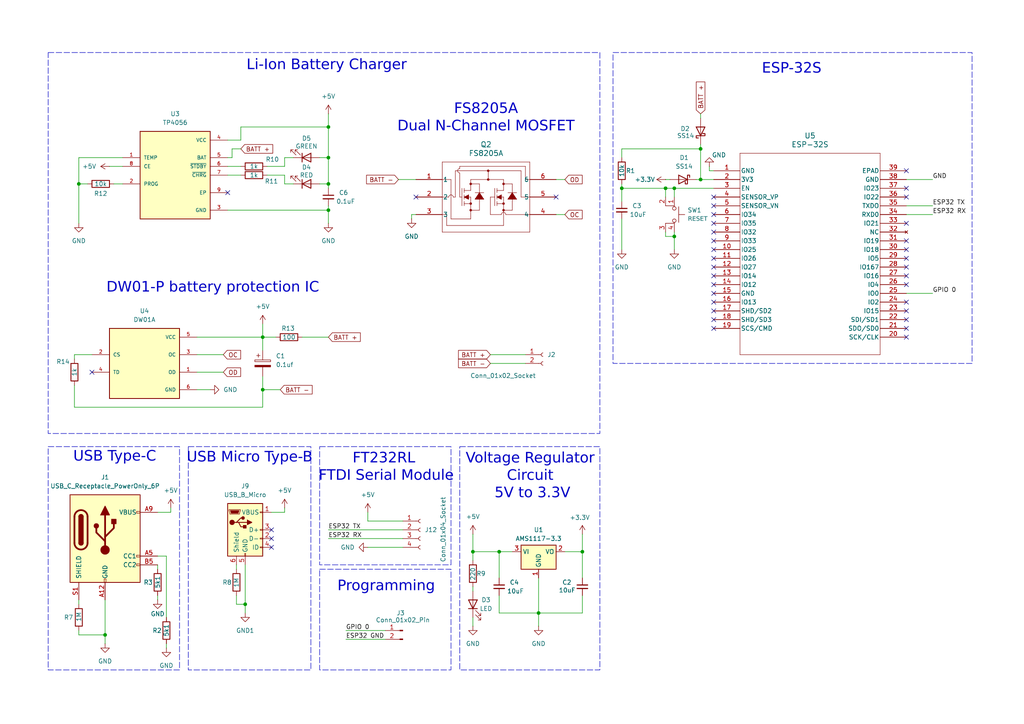
<source format=kicad_sch>
(kicad_sch (version 20231120) (generator "eeschema") (generator_version "8.0")
  (paper "A4")
  (lib_symbols
    (symbol "Connector:Conn_01x02_Pin" (pin_names (offset 1.016) hide)
      (property "Reference" "J" (at 0 2.54 0))
      (property "Value" "Conn_01x02_Pin" (at 0 -5.08 0))
      (symbol "Conn_01x02_Pin_1_1"
        (polyline (pts (xy 1.27 -2.54) (xy 0.8636 -2.54)) (stroke (width 0.1524)))
        (polyline (pts (xy 1.27 0) (xy 0.8636 0)) (stroke (width 0.1524)))
        (rectangle (start 0.8636 -2.413) (end 0 -2.667) (stroke (width 0.1524)) (fill (type outline)))
        (rectangle (start 0.8636 0.127) (end 0 -0.127) (stroke (width 0.1524)) (fill (type outline)))
        (pin passive line (at 5.08 0 180) (length 3.81) (name "Pin_1") (number "1"))
        (pin passive line (at 5.08 -2.54 180) (length 3.81) (name "Pin_2") (number "2"))
      )
    )
    (symbol "Connector:Conn_01x02_Socket" (pin_names (offset 1.016) hide)
      (property "Reference" "J" (at 0 2.54 0))
      (property "Value" "Conn_01x02_Socket" (at 0 -5.08 0))
      (symbol "Conn_01x02_Socket_1_1"
        (arc (start 0 -2.032) (mid -0.5058 -2.54) (end 0 -3.048) (stroke (width 0.1524)))
        (polyline (pts (xy -1.27 -2.54) (xy -0.508 -2.54)) (stroke (width 0.1524)))
        (polyline (pts (xy -1.27 0) (xy -0.508 0)) (stroke (width 0.1524)))
        (arc (start 0 0.508) (mid -0.5058 0) (end 0 -0.508) (stroke (width 0.1524)))
        (pin passive line (at -5.08 0 0) (length 3.81) (name "Pin_1") (number "1"))
        (pin passive line (at -5.08 -2.54 0) (length 3.81) (name "Pin_2") (number "2"))
      )
    )
    (symbol "Connector:Conn_01x04_Socket" (pin_names (offset 1.016) hide)
      (property "Reference" "J" (at 0 5.08 0))
      (property "Value" "Conn_01x04_Socket" (at 0 -7.62 0))
      (symbol "Conn_01x04_Socket_1_1"
        (arc (start 0 -4.572) (mid -0.5058 -5.08) (end 0 -5.588) (stroke (width 0.1524)))
        (arc (start 0 -2.032) (mid -0.5058 -2.54) (end 0 -3.048) (stroke (width 0.1524)))
        (polyline (pts (xy -1.27 -5.08) (xy -0.508 -5.08)) (stroke (width 0.1524)))
        (polyline (pts (xy -1.27 -2.54) (xy -0.508 -2.54)) (stroke (width 0.1524)))
        (polyline (pts (xy -1.27 0) (xy -0.508 0)) (stroke (width 0.1524)))
        (polyline (pts (xy -1.27 2.54) (xy -0.508 2.54)) (stroke (width 0.1524)))
        (arc (start 0 0.508) (mid -0.5058 0) (end 0 -0.508) (stroke (width 0.1524)))
        (arc (start 0 3.048) (mid -0.5058 2.54) (end 0 2.032) (stroke (width 0.1524)))
        (pin passive line (at -5.08 2.54 0) (length 3.81) (name "Pin_1") (number "1"))
        (pin passive line (at -5.08 0 0) (length 3.81) (name "Pin_2") (number "2"))
        (pin passive line (at -5.08 -2.54 0) (length 3.81) (name "Pin_3") (number "3"))
        (pin passive line (at -5.08 -5.08 0) (length 3.81) (name "Pin_4") (number "4"))
      )
    )
    (symbol "Connector:USB_B_Micro" (pin_names (offset 1.016))
      (property "Reference" "J" (at -5.08 11.43 0))
      (property "Value" "USB_B_Micro" (at -5.08 8.89 0))
      (symbol "USB_B_Micro_0_1"
        (rectangle (start -5.08 -7.62) (end 5.08 7.62) (stroke (width 0.254)) (fill (type background)))
        (circle (center -3.81 2.159) (radius 0.635) (stroke (width 0.254)) (fill (type outline)))
        (circle (center -0.635 3.429) (radius 0.381) (stroke (width 0.254)) (fill (type outline)))
        (rectangle (start -0.127 -7.62) (end 0.127 -6.858))
        (polyline (pts (xy -1.905 2.159) (xy 0.635 2.159)) (stroke (width 0.254)))
        (polyline (pts (xy -3.175 2.159) (xy -2.54 2.159) (xy -1.27 3.429) (xy -0.635 3.429)) (stroke (width 0.254)))
        (polyline (pts (xy -2.54 2.159) (xy -1.905 2.159) (xy -1.27 0.889) (xy 0 0.889)) (stroke (width 0.254)))
        (polyline (pts (xy 0.635 2.794) (xy 0.635 1.524) (xy 1.905 2.159) (xy 0.635 2.794)) (stroke (width 0.254)) (fill (type outline)))
        (polyline (pts (xy -4.318 5.588) (xy -1.778 5.588) (xy -2.032 4.826) (xy -4.064 4.826) (xy -4.318 5.588)) (fill (type outline)))
        (polyline (pts (xy -4.699 5.842) (xy -4.699 5.588) (xy -4.445 4.826) (xy -4.445 4.572) (xy -1.651 4.572) (xy -1.651 4.826) (xy -1.397 5.588) (xy -1.397 5.842) (xy -4.699 5.842)))
        (rectangle (start 0.254 1.27) (end -0.508 0.508) (stroke (width 0.254)) (fill (type outline)))
        (rectangle (start 5.08 -5.207) (end 4.318 -4.953))
        (rectangle (start 5.08 -2.667) (end 4.318 -2.413))
        (rectangle (start 5.08 -0.127) (end 4.318 0.127))
        (rectangle (start 5.08 4.953) (end 4.318 5.207))
      )
      (symbol "USB_B_Micro_1_1"
        (pin power_out line (at 7.62 5.08 180) (length 2.54) (name "VBUS") (number "1"))
        (pin bidirectional line (at 7.62 -2.54 180) (length 2.54) (name "D-") (number "2"))
        (pin bidirectional line (at 7.62 0 180) (length 2.54) (name "D+") (number "3"))
        (pin passive line (at 7.62 -5.08 180) (length 2.54) (name "ID") (number "4"))
        (pin power_out line (at 0 -10.16 90) (length 2.54) (name "GND") (number "5"))
        (pin passive line (at -2.54 -10.16 90) (length 2.54) (name "Shield") (number "6"))
      )
    )
    (symbol "Connector:USB_C_Receptacle_PowerOnly_6P" (pin_names (offset 1.016))
      (property "Reference" "J" (at 0 16.51 0))
      (property "Value" "USB_C_Receptacle_PowerOnly_6P" (at 0 13.97 0))
      (symbol "USB_C_Receptacle_PowerOnly_6P_0_0"
        (rectangle (start -0.254 -12.7) (end 0.254 -11.684))
        (rectangle (start 10.16 -7.366) (end 9.144 -7.874))
        (rectangle (start 10.16 -4.826) (end 9.144 -5.334))
        (rectangle (start 10.16 7.874) (end 9.144 7.366))
      )
      (symbol "USB_C_Receptacle_PowerOnly_6P_0_1"
        (rectangle (start -10.16 12.7) (end 10.16 -12.7) (stroke (width 0.254)) (fill (type background)))
        (arc (start -8.89 -1.27) (mid -6.985 -3.1667) (end -5.08 -1.27) (stroke (width 0.508)))
        (arc (start -7.62 -1.27) (mid -6.985 -1.9023) (end -6.35 -1.27) (stroke (width 0.254)))
        (arc (start -7.62 -1.27) (mid -6.985 -1.9023) (end -6.35 -1.27) (stroke (width 0.254)) (fill (type outline)))
        (rectangle (start -7.62 -1.27) (end -6.35 6.35) (stroke (width 0.254)) (fill (type outline)))
        (arc (start -6.35 6.35) (mid -6.985 6.9823) (end -7.62 6.35) (stroke (width 0.254)))
        (arc (start -6.35 6.35) (mid -6.985 6.9823) (end -7.62 6.35) (stroke (width 0.254)) (fill (type outline)))
        (arc (start -5.08 6.35) (mid -6.985 8.2467) (end -8.89 6.35) (stroke (width 0.508)))
        (circle (center -2.54 3.683) (radius 0.635) (stroke (width 0.254)) (fill (type outline)))
        (circle (center 0 -3.302) (radius 1.27) (fill (type outline)))
        (polyline (pts (xy -8.89 -1.27) (xy -8.89 6.35)) (stroke (width 0.508)))
        (polyline (pts (xy -5.08 6.35) (xy -5.08 -1.27)) (stroke (width 0.508)))
        (polyline (pts (xy 0 -3.302) (xy 0 6.858)) (stroke (width 0.508)))
        (polyline (pts (xy 0 -0.762) (xy -2.54 1.778) (xy -2.54 3.048)) (stroke (width 0.508)))
        (polyline (pts (xy 0 0.508) (xy 2.54 3.048) (xy 2.54 4.318)) (stroke (width 0.508)))
        (polyline (pts (xy -1.27 6.858) (xy 0 9.398) (xy 1.27 6.858) (xy -1.27 6.858)) (stroke (width 0.254)) (fill (type outline)))
        (rectangle (start 1.905 4.318) (end 3.175 5.588) (stroke (width 0.254)) (fill (type outline)))
      )
      (symbol "USB_C_Receptacle_PowerOnly_6P_1_1"
        (pin passive line (at 0 -17.78 90) (length 5.08) (name "GND") (number "A12"))
        (pin bidirectional line (at 15.24 -5.08 180) (length 5.08) (name "CC1") (number "A5"))
        (pin passive line (at 15.24 7.62 180) (length 5.08) (name "VBUS") (number "A9"))
        (pin passive line (at 0 -17.78 90) (length 5.08) hide (name "GND") (number "B12"))
        (pin bidirectional line (at 15.24 -7.62 180) (length 5.08) (name "CC2") (number "B5"))
        (pin passive line (at 15.24 7.62 180) (length 5.08) hide (name "VBUS") (number "B9"))
        (pin passive line (at -7.62 -17.78 90) (length 5.08) (name "SHIELD") (number "S1"))
      )
    )
    (symbol "DW01A:DW01A" (pin_names (offset 1.016))
      (property "Reference" "U" (at -10.16 11.43 0))
      (property "Value" "DW01A" (at -10.16 -12.7 0))
      (symbol "DW01A_0_0"
        (rectangle (start -10.16 -10.16) (end 10.16 10.16) (stroke (width 0.254)) (fill (type background)))
        (pin output line (at 15.24 -2.54 180) (length 5.08) (name "OD") (number "1"))
        (pin input line (at -15.24 2.54 0) (length 5.08) (name "CS") (number "2"))
        (pin output line (at 15.24 2.54 180) (length 5.08) (name "OC") (number "3"))
        (pin passive line (at -15.24 -2.54 0) (length 5.08) (name "TD") (number "4"))
        (pin power_in line (at 15.24 7.62 180) (length 5.08) (name "VCC") (number "5"))
        (pin power_in line (at 15.24 -7.62 180) (length 5.08) (name "GND") (number "6"))
      )
    )
    (symbol "Device:C_Polarized" (pin_numbers hide) (pin_names (offset 0.254))
      (property "Reference" "C" (at 0.635 2.54 0))
      (property "Value" "C_Polarized" (at 0.635 -2.54 0))
      (symbol "C_Polarized_0_1"
        (rectangle (start -2.286 0.508) (end 2.286 1.016))
        (polyline (pts (xy -1.778 2.286) (xy -0.762 2.286)))
        (polyline (pts (xy -1.27 2.794) (xy -1.27 1.778)))
        (rectangle (start 2.286 -0.508) (end -2.286 -1.016) (fill (type outline)))
      )
      (symbol "C_Polarized_1_1"
        (pin passive line (at 0 3.81 270) (length 2.794) (name "~") (number "1"))
        (pin passive line (at 0 -3.81 90) (length 2.794) (name "~") (number "2"))
      )
    )
    (symbol "Device:C_Small" (pin_numbers hide) (pin_names (offset 0.254) hide)
      (property "Reference" "C" (at 0.254 1.778 0))
      (property "Value" "C_Small" (at 0.254 -2.032 0))
      (symbol "C_Small_0_1"
        (polyline (pts (xy -1.524 -0.508) (xy 1.524 -0.508)) (stroke (width 0.3302)))
        (polyline (pts (xy -1.524 0.508) (xy 1.524 0.508)) (stroke (width 0.3048)))
      )
      (symbol "C_Small_1_1"
        (pin passive line (at 0 2.54 270) (length 2.032) (name "~") (number "1"))
        (pin passive line (at 0 -2.54 90) (length 2.032) (name "~") (number "2"))
      )
    )
    (symbol "Device:LED" (pin_numbers hide) (pin_names (offset 1.016) hide)
      (property "Reference" "D" (at 0 2.54 0))
      (property "Value" "LED" (at 0 -2.54 0))
      (symbol "LED_0_1"
        (polyline (pts (xy -1.27 -1.27) (xy -1.27 1.27)) (stroke (width 0.254)))
        (polyline (pts (xy -1.27 0) (xy 1.27 0)))
        (polyline (pts (xy 1.27 -1.27) (xy 1.27 1.27) (xy -1.27 0) (xy 1.27 -1.27)) (stroke (width 0.254)))
        (polyline (pts (xy -3.048 -0.762) (xy -4.572 -2.286) (xy -3.81 -2.286) (xy -4.572 -2.286) (xy -4.572 -1.524)))
        (polyline (pts (xy -1.778 -0.762) (xy -3.302 -2.286) (xy -2.54 -2.286) (xy -3.302 -2.286) (xy -3.302 -1.524)))
      )
      (symbol "LED_1_1"
        (pin passive line (at -3.81 0 0) (length 2.54) (name "K") (number "1"))
        (pin passive line (at 3.81 0 180) (length 2.54) (name "A") (number "2"))
      )
    )
    (symbol "Device:R" (pin_numbers hide) (pin_names (offset 0))
      (property "Reference" "R" (at 2.032 0 90))
      (property "Value" "R" (at 0 0 90))
      (symbol "R_0_1"
        (rectangle (start -1.016 -2.54) (end 1.016 2.54) (stroke (width 0.254)))
      )
      (symbol "R_1_1"
        (pin passive line (at 0 3.81 270) (length 1.27) (name "~") (number "1"))
        (pin passive line (at 0 -3.81 90) (length 1.27) (name "~") (number "2"))
      )
    )
    (symbol "Diode:SS14" (pin_numbers hide) (pin_names (offset 1.016) hide)
      (property "Reference" "D" (at 0 2.54 0))
      (property "Value" "SS14" (at 0 -2.54 0))
      (symbol "SS14_0_1"
        (polyline (pts (xy 1.27 0) (xy -1.27 0)))
        (polyline (pts (xy 1.27 1.27) (xy 1.27 -1.27) (xy -1.27 0) (xy 1.27 1.27)) (stroke (width 0.254)))
        (polyline (pts (xy -1.905 0.635) (xy -1.905 1.27) (xy -1.27 1.27) (xy -1.27 -1.27) (xy -0.635 -1.27) (xy -0.635 -0.635)) (stroke (width 0.254)))
      )
      (symbol "SS14_1_1"
        (pin passive line (at -3.81 0 0) (length 2.54) (name "K") (number "1"))
        (pin passive line (at 3.81 0 180) (length 2.54) (name "A") (number "2"))
      )
    )
    (symbol "Regulator_Linear:AMS1117-3.3"
      (property "Reference" "U" (at -3.81 3.175 0))
      (property "Value" "AMS1117-3.3" (at 0 3.175 0))
      (symbol "AMS1117-3.3_0_1"
        (rectangle (start -5.08 -5.08) (end 5.08 1.905) (stroke (width 0.254)) (fill (type background)))
      )
      (symbol "AMS1117-3.3_1_1"
        (pin power_in line (at 0 -7.62 90) (length 2.54) (name "GND") (number "1"))
        (pin power_out line (at 7.62 0 180) (length 2.54) (name "VO") (number "2"))
        (pin power_in line (at -7.62 0 0) (length 2.54) (name "VI") (number "3"))
      )
    )
    (symbol "Switch:SW_MEC_5E" (pin_names (offset 1.016) hide)
      (property "Reference" "SW" (at 0.635 5.715 0))
      (property "Value" "SW_MEC_5E" (at 0 -3.175 0))
      (symbol "SW_MEC_5E_0_1"
        (circle (center -1.778 2.54) (radius 0.508))
        (polyline (pts (xy -2.286 3.81) (xy 2.286 3.81)))
        (polyline (pts (xy 0 3.81) (xy 0 5.588)))
        (polyline (pts (xy -2.54 0) (xy -2.54 2.54) (xy -2.286 2.54)))
        (polyline (pts (xy 2.54 0) (xy 2.54 2.54) (xy 2.286 2.54)))
        (circle (center 1.778 2.54) (radius 0.508))
        (pin passive line (at -5.08 2.54 0) (length 2.54) (name "1") (number "1"))
        (pin passive line (at -5.08 0 0) (length 2.54) (name "2") (number "2"))
        (pin passive line (at 5.08 0 180) (length 2.54) (name "K") (number "3"))
        (pin passive line (at 5.08 2.54 180) (length 2.54) (name "A") (number "4"))
      )
    )
    (symbol "TP4056:TP4056" (pin_names (offset 1.016))
      (property "Reference" "U" (at -10.16 13.208 0))
      (property "Value" "TP4056" (at -10.16 -15.24 0))
      (symbol "TP4056_0_0"
        (rectangle (start -10.16 -12.7) (end 10.16 12.7) (stroke (width 0.254)) (fill (type background)))
        (pin input line (at -15.24 5.08 0) (length 5.08) (name "TEMP") (number "1"))
        (pin bidirectional line (at -15.24 -2.54 0) (length 5.08) (name "PROG") (number "2"))
        (pin power_in line (at 15.24 -10.16 180) (length 5.08) (name "GND") (number "3"))
        (pin power_in line (at 15.24 10.16 180) (length 5.08) (name "VCC") (number "4"))
        (pin output line (at 15.24 5.08 180) (length 5.08) (name "BAT") (number "5"))
        (pin output line (at 15.24 2.54 180) (length 5.08) (name "~{STDBY}") (number "6"))
        (pin output line (at 15.24 0 180) (length 5.08) (name "~{CHRG}") (number "7"))
        (pin input line (at -15.24 2.54 0) (length 5.08) (name "CE") (number "8"))
        (pin passive line (at 15.24 -5.08 180) (length 5.08) (name "EP") (number "9"))
      )
    )
    (symbol "power:GND" (power) (pin_numbers hide) (pin_names (offset 0) hide)
      (property "Value" "GND" (at 0 -3.81 0))
      (symbol "GND_0_1"
        (polyline (pts (xy 0 0) (xy 0 -1.27) (xy 1.27 -1.27) (xy 0 -2.54) (xy -1.27 -1.27) (xy 0 -1.27)))
      )
      (symbol "GND_1_1"
        (pin power_in line (at 0 0 270) (length 0) (name "~") (number "1"))
      )
    )
    (symbol "power:GND1" (power) (pin_numbers hide) (pin_names (offset 0) hide)
      (property "Value" "GND1" (at 0 -3.81 0))
      (symbol "GND1_0_1"
        (polyline (pts (xy 0 0) (xy 0 -1.27) (xy 1.27 -1.27) (xy 0 -2.54) (xy -1.27 -1.27) (xy 0 -1.27)))
      )
      (symbol "GND1_1_1"
        (pin power_in line (at 0 0 270) (length 0) (name "~") (number "1"))
      )
    )
    (symbol "power:VCC" (power) (pin_numbers hide) (pin_names (offset 0) hide)
      (property "Value" "VCC" (at 0 3.556 0))
      (symbol "VCC_0_1"
        (polyline (pts (xy -0.762 1.27) (xy 0 2.54)))
        (polyline (pts (xy 0 0) (xy 0 2.54)))
        (polyline (pts (xy 0 2.54) (xy 0.762 1.27)))
      )
      (symbol "VCC_1_1"
        (pin power_in line (at 0 0 90) (length 0) (name "~") (number "1"))
      )
    )
    (symbol "ul_ESP-32S:ESP-32S" (pin_names (offset 0.254))
      (property "Reference" "U" (at 27.94 10.16 0))
      (property "Value" "ESP-32S" (at 27.94 7.62 0))
      (symbol "ESP-32S_0_1"
        (polyline (pts (xy 7.62 -53.34) (xy 48.26 -53.34)) (stroke (width 0.127)))
        (polyline (pts (xy 7.62 5.08) (xy 7.62 -53.34)) (stroke (width 0.127)))
        (polyline (pts (xy 48.26 -53.34) (xy 48.26 5.08)) (stroke (width 0.127)))
        (polyline (pts (xy 48.26 5.08) (xy 7.62 5.08)) (stroke (width 0.127)))
        (pin power_out line (at 0 0 0) (length 7.62) (name "GND") (number "1"))
        (pin bidirectional line (at 0 -22.86 0) (length 7.62) (name "IO25") (number "10"))
        (pin bidirectional line (at 0 -25.4 0) (length 7.62) (name "IO26") (number "11"))
        (pin bidirectional line (at 0 -27.94 0) (length 7.62) (name "IO27") (number "12"))
        (pin bidirectional line (at 0 -30.48 0) (length 7.62) (name "IO14") (number "13"))
        (pin bidirectional line (at 0 -33.02 0) (length 7.62) (name "IO12") (number "14"))
        (pin power_out line (at 0 -35.56 0) (length 7.62) (name "GND") (number "15"))
        (pin bidirectional line (at 0 -38.1 0) (length 7.62) (name "IO13") (number "16"))
        (pin bidirectional line (at 0 -40.64 0) (length 7.62) (name "SHD/SD2") (number "17"))
        (pin bidirectional line (at 0 -43.18 0) (length 7.62) (name "SHD/SD3") (number "18"))
        (pin bidirectional line (at 0 -45.72 0) (length 7.62) (name "SCS/CMD") (number "19"))
        (pin power_in line (at 0 -2.54 0) (length 7.62) (name "3V3") (number "2"))
        (pin bidirectional line (at 55.88 -48.26 180) (length 7.62) (name "SCK/CLK") (number "20"))
        (pin bidirectional line (at 55.88 -45.72 180) (length 7.62) (name "SDO/SD0") (number "21"))
        (pin bidirectional line (at 55.88 -43.18 180) (length 7.62) (name "SDI/SD1") (number "22"))
        (pin bidirectional line (at 55.88 -40.64 180) (length 7.62) (name "IO15") (number "23"))
        (pin bidirectional line (at 55.88 -38.1 180) (length 7.62) (name "IO2") (number "24"))
        (pin bidirectional line (at 55.88 -35.56 180) (length 7.62) (name "IO0") (number "25"))
        (pin bidirectional line (at 55.88 -33.02 180) (length 7.62) (name "IO4") (number "26"))
        (pin bidirectional line (at 55.88 -30.48 180) (length 7.62) (name "IO16") (number "27"))
        (pin bidirectional line (at 55.88 -27.94 180) (length 7.62) (name "IO167") (number "28"))
        (pin bidirectional line (at 55.88 -25.4 180) (length 7.62) (name "IO5") (number "29"))
        (pin input line (at 0 -5.08 0) (length 7.62) (name "EN") (number "3"))
        (pin bidirectional line (at 55.88 -22.86 180) (length 7.62) (name "IO18") (number "30"))
        (pin bidirectional line (at 55.88 -20.32 180) (length 7.62) (name "IO19") (number "31"))
        (pin no_connect line (at 55.88 -17.78 180) (length 7.62) (name "NC") (number "32"))
        (pin bidirectional line (at 55.88 -15.24 180) (length 7.62) (name "IO21") (number "33"))
        (pin bidirectional line (at 55.88 -12.7 180) (length 7.62) (name "RXD0") (number "34"))
        (pin bidirectional line (at 55.88 -10.16 180) (length 7.62) (name "TXDO") (number "35"))
        (pin bidirectional line (at 55.88 -7.62 180) (length 7.62) (name "IO22") (number "36"))
        (pin bidirectional line (at 55.88 -5.08 180) (length 7.62) (name "IO23") (number "37"))
        (pin power_out line (at 55.88 -2.54 180) (length 7.62) (name "GND") (number "38"))
        (pin power_out line (at 55.88 0 180) (length 7.62) (name "EPAD") (number "39"))
        (pin bidirectional line (at 0 -7.62 0) (length 7.62) (name "SENSOR_VP") (number "4"))
        (pin bidirectional line (at 0 -10.16 0) (length 7.62) (name "SENSOR_VN") (number "5"))
        (pin bidirectional line (at 0 -12.7 0) (length 7.62) (name "IO34") (number "6"))
        (pin bidirectional line (at 0 -15.24 0) (length 7.62) (name "IO35") (number "7"))
        (pin bidirectional line (at 0 -17.78 0) (length 7.62) (name "IO32") (number "8"))
        (pin bidirectional line (at 0 -20.32 0) (length 7.62) (name "IO33") (number "9"))
      )
    )
    (symbol "ul_FS8205A:FS8205A" (pin_names (offset 0.254))
      (property "Reference" "Q" (at 20.32 10.16 0))
      (property "Value" "FS8205A" (at 20.32 7.62 0))
      (symbol "FS8205A_0_1"
        (polyline (pts (xy 7.62 -15.24) (xy 33.02 -15.24)) (stroke (width 0.127)))
        (polyline (pts (xy 7.62 -10.16) (xy 8.89 -10.16)) (stroke (width 0.127)))
        (polyline (pts (xy 7.62 -5.08) (xy 9.525 -5.08)) (stroke (width 0.127)))
        (polyline (pts (xy 7.62 0) (xy 10.16 0)) (stroke (width 0.127)))
        (polyline (pts (xy 7.62 5.08) (xy 7.62 -15.24)) (stroke (width 0.127)))
        (polyline (pts (xy 8.89 -13.335) (xy 8.89 -10.16)) (stroke (width 0.127)))
        (polyline (pts (xy 8.89 -13.335) (xy 25.4 -13.335)) (stroke (width 0.127)))
        (polyline (pts (xy 10.16 -11.43) (xy 15.875 -11.43)) (stroke (width 0.127)))
        (polyline (pts (xy 10.16 0) (xy 10.16 -11.43)) (stroke (width 0.127)))
        (polyline (pts (xy 10.795 -5.08) (xy 11.43 -5.08)) (stroke (width 0.127)))
        (polyline (pts (xy 11.43 -5.08) (xy 11.43 2.54)) (stroke (width 0.127)))
        (polyline (pts (xy 11.43 2.54) (xy 30.48 2.54)) (stroke (width 0.127)))
        (polyline (pts (xy 12.7 -5.08) (xy 13.335 -5.08)) (stroke (width 0.127)))
        (polyline (pts (xy 12.7 1.905) (xy 12.7 -5.08)) (stroke (width 0.127)))
        (polyline (pts (xy 12.7 3.81) (xy 12.7 3.175)) (stroke (width 0.127)))
        (polyline (pts (xy 13.335 -2.54) (xy 13.335 -7.62)) (stroke (width 0.127)))
        (polyline (pts (xy 13.97 -6.985) (xy 15.875 -6.985)) (stroke (width 0.127)))
        (polyline (pts (xy 13.97 -6.35) (xy 13.97 -7.62)) (stroke (width 0.127)))
        (polyline (pts (xy 13.97 -5.08) (xy 15.24 -4.445)) (stroke (width 0.127)))
        (polyline (pts (xy 13.97 -5.08) (xy 15.875 -5.08)) (stroke (width 0.127)))
        (polyline (pts (xy 13.97 -4.445) (xy 13.97 -5.715)) (stroke (width 0.127)))
        (polyline (pts (xy 13.97 -3.175) (xy 15.875 -3.175)) (stroke (width 0.127)))
        (polyline (pts (xy 13.97 -2.54) (xy 13.97 -3.81)) (stroke (width 0.127)))
        (polyline (pts (xy 15.24 -5.715) (xy 13.97 -5.08)) (stroke (width 0.127)))
        (polyline (pts (xy 15.24 -4.445) (xy 15.24 -5.715)) (stroke (width 0.127)))
        (polyline (pts (xy 15.875 -5.08) (xy 15.875 -11.43)) (stroke (width 0.127)))
        (polyline (pts (xy 15.875 -1.27) (xy 18.415 -1.27)) (stroke (width 0.127)))
        (polyline (pts (xy 15.875 0) (xy 15.875 -3.175)) (stroke (width 0.127)))
        (polyline (pts (xy 17.145 -5.715) (xy 19.685 -5.715)) (stroke (width 0.127)))
        (polyline (pts (xy 17.145 -3.81) (xy 19.685 -3.81)) (stroke (width 0.127)))
        (polyline (pts (xy 18.415 -8.89) (xy 15.875 -8.89)) (stroke (width 0.127)))
        (polyline (pts (xy 18.415 -3.81) (xy 17.145 -5.715)) (stroke (width 0.127)))
        (polyline (pts (xy 18.415 -3.81) (xy 19.685 -5.715)) (stroke (width 0.127)))
        (polyline (pts (xy 18.415 -1.27) (xy 18.415 -8.89)) (stroke (width 0.127)))
        (polyline (pts (xy 20.955 0) (xy 20.955 2.54)) (stroke (width 0.127)))
        (polyline (pts (xy 21.59 -10.16) (xy 21.59 -5.08)) (stroke (width 0.127)))
        (polyline (pts (xy 21.59 -10.16) (xy 24.765 -10.16)) (stroke (width 0.127)))
        (polyline (pts (xy 21.59 -5.08) (xy 22.86 -5.08)) (stroke (width 0.127)))
        (polyline (pts (xy 22.86 -2.54) (xy 22.86 -7.62)) (stroke (width 0.127)))
        (polyline (pts (xy 23.495 -6.985) (xy 25.4 -6.985)) (stroke (width 0.127)))
        (polyline (pts (xy 23.495 -6.35) (xy 23.495 -7.62)) (stroke (width 0.127)))
        (polyline (pts (xy 23.495 -5.08) (xy 24.765 -4.445)) (stroke (width 0.127)))
        (polyline (pts (xy 23.495 -5.08) (xy 25.4 -5.08)) (stroke (width 0.127)))
        (polyline (pts (xy 23.495 -4.445) (xy 23.495 -5.715)) (stroke (width 0.127)))
        (polyline (pts (xy 23.495 -3.175) (xy 25.4 -3.175)) (stroke (width 0.127)))
        (polyline (pts (xy 23.495 -2.54) (xy 23.495 -3.81)) (stroke (width 0.127)))
        (polyline (pts (xy 24.765 -5.715) (xy 23.495 -5.08)) (stroke (width 0.127)))
        (polyline (pts (xy 24.765 -4.445) (xy 24.765 -5.715)) (stroke (width 0.127)))
        (polyline (pts (xy 25.4 -5.08) (xy 25.4 -13.335)) (stroke (width 0.127)))
        (polyline (pts (xy 25.4 -1.27) (xy 27.94 -1.27)) (stroke (width 0.127)))
        (polyline (pts (xy 25.4 0) (xy 15.875 0)) (stroke (width 0.127)))
        (polyline (pts (xy 25.4 0) (xy 25.4 -3.175)) (stroke (width 0.127)))
        (polyline (pts (xy 26.67 -5.715) (xy 29.21 -5.715)) (stroke (width 0.127)))
        (polyline (pts (xy 26.67 -3.81) (xy 29.21 -3.81)) (stroke (width 0.127)))
        (polyline (pts (xy 27.94 -8.89) (xy 25.4 -8.89)) (stroke (width 0.127)))
        (polyline (pts (xy 27.94 -3.81) (xy 26.67 -5.715)) (stroke (width 0.127)))
        (polyline (pts (xy 27.94 -3.81) (xy 29.21 -5.715)) (stroke (width 0.127)))
        (polyline (pts (xy 27.94 -1.27) (xy 27.94 -8.89)) (stroke (width 0.127)))
        (polyline (pts (xy 30.48 -5.08) (xy 33.02 -5.08)) (stroke (width 0.127)))
        (polyline (pts (xy 30.48 2.54) (xy 30.48 -5.08)) (stroke (width 0.127)))
        (polyline (pts (xy 31.75 3.81) (xy 12.7 3.81)) (stroke (width 0.127)))
        (polyline (pts (xy 31.75 3.81) (xy 31.75 0)) (stroke (width 0.127)))
        (polyline (pts (xy 33.02 -15.24) (xy 33.02 5.08)) (stroke (width 0.127)))
        (polyline (pts (xy 33.02 -10.16) (xy 26.035 -10.16)) (stroke (width 0.127)))
        (polyline (pts (xy 33.02 0) (xy 31.75 0)) (stroke (width 0.127)))
        (polyline (pts (xy 33.02 5.08) (xy 7.62 5.08)) (stroke (width 0.127)))
        (polyline (pts (xy 13.97 -5.08) (xy 15.24 -5.715) (xy 15.24 -4.445)) (fill (type outline)))
        (polyline (pts (xy 18.415 -3.81) (xy 17.145 -5.715) (xy 19.685 -5.715)) (fill (type outline)))
        (polyline (pts (xy 23.495 -5.08) (xy 24.765 -5.715) (xy 24.765 -4.445)) (fill (type outline)))
        (polyline (pts (xy 27.94 -3.81) (xy 26.67 -5.715) (xy 29.21 -5.715)) (fill (type outline)))
        (arc (start 10.795 -5.08) (mid 10.16 -4.4477) (end 9.525 -5.08) (stroke (width 0.127)))
        (arc (start 12.7 3.175) (mid 12.0677 2.54) (end 12.7 1.905) (stroke (width 0.127)))
        (circle (center 15.875 -8.89) (radius 0.2032) (stroke (width 0.3048)))
        (circle (center 15.875 -6.985) (radius 0.2032) (stroke (width 0.3048)))
        (circle (center 15.875 -1.27) (radius 0.2032) (stroke (width 0.3048)))
        (circle (center 20.955 0) (radius 0.2032) (stroke (width 0.3048)))
        (circle (center 20.955 2.54) (radius 0.2032) (stroke (width 0.3048)))
        (circle (center 25.4 -8.89) (radius 0.2032) (stroke (width 0.3048)))
        (circle (center 25.4 -6.985) (radius 0.2032) (stroke (width 0.3048)))
        (circle (center 25.4 -1.27) (radius 0.2032) (stroke (width 0.3048)))
        (arc (start 26.035 -10.16) (mid 25.4 -9.5277) (end 24.765 -10.16) (stroke (width 0.127)))
        (pin unspecified line (at 0 0 0) (length 7.62) (name "1") (number "1"))
        (pin unspecified line (at 0 -5.08 0) (length 7.62) (name "2") (number "2"))
        (pin unspecified line (at 0 -10.16 0) (length 7.62) (name "3") (number "3"))
        (pin unspecified line (at 40.64 -10.16 180) (length 7.62) (name "4") (number "4"))
        (pin unspecified line (at 40.64 -5.08 180) (length 7.62) (name "5") (number "5"))
        (pin unspecified line (at 40.64 0 180) (length 7.62) (name "6") (number "6"))
      )
    )
  )
  (junction (at 95.25 60.96))
  (junction (at 76.2 113.03))
  (junction (at 22.86 53.34))
  (junction (at 203.2 52.07))
  (junction (at 156.21 177.8))
  (junction (at 30.48 184.15))
  (junction (at 95.25 45.72))
  (junction (at 76.2 97.79))
  (junction (at 195.58 68.58))
  (junction (at 95.25 36.83))
  (junction (at 95.25 53.34))
  (junction (at 180.34 54.61))
  (junction (at 137.16 160.02))
  (junction (at 203.2 43.18))
  (junction (at 195.58 54.61))
  (junction (at 71.12 175.26))
  (junction (at 193.04 54.61))
  (junction (at 168.91 160.02))
  (junction (at 144.78 160.02))
  (no_connect (at 262.89 49.53))
  (no_connect (at 207.01 90.17))
  (no_connect (at 262.89 97.79))
  (no_connect (at 262.89 64.77))
  (no_connect (at 207.01 77.47))
  (no_connect (at 207.01 69.85))
  (no_connect (at 207.01 57.15))
  (no_connect (at 207.01 92.71))
  (no_connect (at 262.89 69.85))
  (no_connect (at 262.89 80.01))
  (no_connect (at 207.01 67.31))
  (no_connect (at 161.29 57.15))
  (no_connect (at 78.74 153.67))
  (no_connect (at 207.01 85.09))
  (no_connect (at 120.65 57.15))
  (no_connect (at 262.89 77.47))
  (no_connect (at 262.89 92.71))
  (no_connect (at 262.89 72.39))
  (no_connect (at 207.01 74.93))
  (no_connect (at 207.01 82.55))
  (no_connect (at 262.89 54.61))
  (no_connect (at 66.04 55.88))
  (no_connect (at 207.01 59.69))
  (no_connect (at 262.89 57.15))
  (no_connect (at 207.01 80.01))
  (no_connect (at 207.01 72.39))
  (no_connect (at 78.74 158.75))
  (no_connect (at 26.67 107.95))
  (no_connect (at 262.89 87.63))
  (no_connect (at 262.89 82.55))
  (no_connect (at 207.01 87.63))
  (no_connect (at 262.89 74.93))
  (no_connect (at 78.74 156.21))
  (no_connect (at 207.01 95.25))
  (no_connect (at 262.89 90.17))
  (no_connect (at 207.01 64.77))
  (no_connect (at 262.89 95.25))
  (no_connect (at 207.01 62.23))
  (wire (pts (xy 168.91 172.72) (xy 168.91 177.8)))
  (wire (pts (xy 66.04 60.96) (xy 95.25 60.96)))
  (wire (pts (xy 205.74 48.26) (xy 205.74 49.53)))
  (wire (pts (xy 195.58 68.58) (xy 195.58 72.39)))
  (wire (pts (xy 22.86 173.99) (xy 22.86 175.26)))
  (wire (pts (xy 57.15 113.03) (xy 60.96 113.03)))
  (wire (pts (xy 45.72 172.72) (xy 45.72 173.99)))
  (wire (pts (xy 82.55 53.34) (xy 82.55 50.8)))
  (wire (pts (xy 193.04 67.31) (xy 193.04 68.58)))
  (wire (pts (xy 262.89 85.09) (xy 270.51 85.09)))
  (wire (pts (xy 180.34 53.34) (xy 180.34 54.61)))
  (wire (pts (xy 95.25 156.21) (xy 116.84 156.21)))
  (wire (pts (xy 144.78 160.02) (xy 148.59 160.02)))
  (wire (pts (xy 92.71 53.34) (xy 95.25 53.34)))
  (wire (pts (xy 116.84 158.75) (xy 106.68 158.75)))
  (wire (pts (xy 142.24 102.87) (xy 152.4 102.87)))
  (wire (pts (xy 78.74 148.59) (xy 82.55 148.59)))
  (wire (pts (xy 45.72 148.59) (xy 49.53 148.59)))
  (wire (pts (xy 100.33 185.42) (xy 111.76 185.42)))
  (wire (pts (xy 82.55 48.26) (xy 77.47 48.26)))
  (wire (pts (xy 68.58 163.83) (xy 68.58 165.1)))
  (wire (pts (xy 22.86 45.72) (xy 22.86 53.34)))
  (wire (pts (xy 22.86 53.34) (xy 22.86 64.77)))
  (wire (pts (xy 205.74 49.53) (xy 207.01 49.53)))
  (wire (pts (xy 87.63 97.79) (xy 95.25 97.79)))
  (wire (pts (xy 57.15 107.95) (xy 64.77 107.95)))
  (wire (pts (xy 180.34 54.61) (xy 180.34 58.42)))
  (wire (pts (xy 30.48 173.99) (xy 30.48 184.15)))
  (wire (pts (xy 193.04 54.61) (xy 193.04 57.15)))
  (wire (pts (xy 180.34 43.18) (xy 180.34 45.72)))
  (wire (pts (xy 120.65 62.23) (xy 119.38 62.23)))
  (wire (pts (xy 26.67 102.87) (xy 21.59 102.87)))
  (wire (pts (xy 203.2 41.91) (xy 203.2 43.18)))
  (wire (pts (xy 22.86 182.88) (xy 22.86 184.15)))
  (wire (pts (xy 57.15 97.79) (xy 76.2 97.79)))
  (wire (pts (xy 76.2 113.03) (xy 76.2 109.22)))
  (wire (pts (xy 22.86 184.15) (xy 30.48 184.15)))
  (wire (pts (xy 193.04 68.58) (xy 195.58 68.58)))
  (wire (pts (xy 203.2 43.18) (xy 203.2 52.07)))
  (wire (pts (xy 48.26 161.29) (xy 45.72 161.29)))
  (wire (pts (xy 168.91 154.94) (xy 168.91 160.02)))
  (wire (pts (xy 137.16 170.18) (xy 137.16 171.45)))
  (wire (pts (xy 142.24 105.41) (xy 152.4 105.41)))
  (wire (pts (xy 180.34 54.61) (xy 193.04 54.61)))
  (wire (pts (xy 35.56 45.72) (xy 22.86 45.72)))
  (wire (pts (xy 156.21 167.64) (xy 156.21 177.8)))
  (wire (pts (xy 116.84 151.13) (xy 106.68 151.13)))
  (wire (pts (xy 95.25 60.96) (xy 95.25 64.77)))
  (wire (pts (xy 262.89 52.07) (xy 270.51 52.07)))
  (wire (pts (xy 137.16 154.94) (xy 137.16 160.02)))
  (wire (pts (xy 180.34 43.18) (xy 203.2 43.18)))
  (wire (pts (xy 67.31 43.18) (xy 67.31 45.72)))
  (wire (pts (xy 195.58 67.31) (xy 195.58 68.58)))
  (wire (pts (xy 21.59 118.11) (xy 76.2 118.11)))
  (wire (pts (xy 95.25 36.83) (xy 95.25 33.02)))
  (wire (pts (xy 144.78 160.02) (xy 144.78 167.64)))
  (wire (pts (xy 31.75 48.26) (xy 35.56 48.26)))
  (wire (pts (xy 49.53 148.59) (xy 49.53 147.32)))
  (wire (pts (xy 95.25 153.67) (xy 116.84 153.67)))
  (wire (pts (xy 69.85 40.64) (xy 66.04 40.64)))
  (wire (pts (xy 67.31 45.72) (xy 66.04 45.72)))
  (wire (pts (xy 85.09 53.34) (xy 82.55 53.34)))
  (wire (pts (xy 25.4 53.34) (xy 22.86 53.34)))
  (wire (pts (xy 180.34 63.5) (xy 180.34 72.39)))
  (wire (pts (xy 85.09 45.72) (xy 82.55 45.72)))
  (wire (pts (xy 156.21 177.8) (xy 168.91 177.8)))
  (wire (pts (xy 48.26 179.07) (xy 48.26 161.29)))
  (wire (pts (xy 161.29 52.07) (xy 163.83 52.07)))
  (wire (pts (xy 95.25 53.34) (xy 95.25 54.61)))
  (wire (pts (xy 82.55 148.59) (xy 82.55 147.32)))
  (wire (pts (xy 76.2 118.11) (xy 76.2 113.03)))
  (wire (pts (xy 203.2 33.02) (xy 203.2 34.29)))
  (wire (pts (xy 156.21 177.8) (xy 156.21 181.61)))
  (wire (pts (xy 144.78 172.72) (xy 144.78 177.8)))
  (wire (pts (xy 195.58 54.61) (xy 207.01 54.61)))
  (wire (pts (xy 71.12 177.8) (xy 71.12 175.26)))
  (wire (pts (xy 21.59 111.76) (xy 21.59 118.11)))
  (wire (pts (xy 66.04 50.8) (xy 69.85 50.8)))
  (wire (pts (xy 68.58 172.72) (xy 68.58 175.26)))
  (wire (pts (xy 137.16 160.02) (xy 144.78 160.02)))
  (wire (pts (xy 163.83 160.02) (xy 168.91 160.02)))
  (wire (pts (xy 45.72 163.83) (xy 45.72 165.1)))
  (wire (pts (xy 193.04 54.61) (xy 195.58 54.61)))
  (wire (pts (xy 76.2 97.79) (xy 76.2 101.6)))
  (wire (pts (xy 193.04 52.07) (xy 194.31 52.07)))
  (wire (pts (xy 262.89 59.69) (xy 270.51 59.69)))
  (wire (pts (xy 161.29 62.23) (xy 163.83 62.23)))
  (wire (pts (xy 195.58 54.61) (xy 195.58 57.15)))
  (wire (pts (xy 100.33 182.88) (xy 111.76 182.88)))
  (wire (pts (xy 21.59 102.87) (xy 21.59 104.14)))
  (wire (pts (xy 81.28 113.03) (xy 76.2 113.03)))
  (wire (pts (xy 67.31 43.18) (xy 69.85 43.18)))
  (wire (pts (xy 71.12 175.26) (xy 71.12 163.83)))
  (wire (pts (xy 203.2 52.07) (xy 207.01 52.07)))
  (wire (pts (xy 201.93 52.07) (xy 203.2 52.07)))
  (wire (pts (xy 68.58 175.26) (xy 71.12 175.26)))
  (wire (pts (xy 168.91 160.02) (xy 168.91 167.64)))
  (wire (pts (xy 33.02 53.34) (xy 35.56 53.34)))
  (wire (pts (xy 57.15 102.87) (xy 64.77 102.87)))
  (wire (pts (xy 77.47 50.8) (xy 82.55 50.8)))
  (wire (pts (xy 137.16 179.07) (xy 137.16 181.61)))
  (wire (pts (xy 69.85 36.83) (xy 95.25 36.83)))
  (wire (pts (xy 95.25 59.69) (xy 95.25 60.96)))
  (wire (pts (xy 137.16 160.02) (xy 137.16 162.56)))
  (wire (pts (xy 144.78 177.8) (xy 156.21 177.8)))
  (wire (pts (xy 95.25 53.34) (xy 95.25 45.72)))
  (wire (pts (xy 92.71 45.72) (xy 95.25 45.72)))
  (wire (pts (xy 66.04 48.26) (xy 69.85 48.26)))
  (wire (pts (xy 262.89 62.23) (xy 270.51 62.23)))
  (wire (pts (xy 76.2 93.98) (xy 76.2 97.79)))
  (wire (pts (xy 48.26 186.69) (xy 48.26 187.96)))
  (wire (pts (xy 82.55 45.72) (xy 82.55 48.26)))
  (wire (pts (xy 30.48 184.15) (xy 30.48 186.69)))
  (wire (pts (xy 95.25 45.72) (xy 95.25 36.83)))
  (wire (pts (xy 69.85 36.83) (xy 69.85 40.64)))
  (wire (pts (xy 119.38 62.23) (xy 119.38 63.5)))
  (wire (pts (xy 115.57 52.07) (xy 120.65 52.07)))
  (wire (pts (xy 76.2 97.79) (xy 80.01 97.79)))
  (wire (pts (xy 106.68 151.13) (xy 106.68 148.59)))
  (rectangle (start 13.97 129.54) (end 52.07 194.31) (stroke (width 0) (type dash)))
  (rectangle (start 13.97 15.24) (end 173.99 125.73) (stroke (width 0) (type dash)))
  (rectangle (start 54.61 129.54) (end 90.17 194.31) (stroke (width 0) (type dash)))
  (rectangle (start 177.8 15.24) (end 281.94 105.41) (stroke (width 0) (type dash)))
  (rectangle (start 92.71 165.1) (end 130.81 194.31) (stroke (width 0) (type dash)))
  (rectangle (start 133.35 129.54) (end 173.99 194.31) (stroke (width 0) (type dash)))
  (rectangle (start 92.71 129.54) (end 130.81 163.83) (stroke (width 0) (type dash)))
  (text "ESP-32S" (at 229.616 20.828 0) (effects (font (size 3 3))))
  (text "DW01-P battery protection IC" (at 61.722 84.328 0) (effects (font (size 3 3))))
  (text "FS8205A\nDual N-Channel MOSFET" (at 140.97 35.052 0) (effects (font (size 3 3))))
  (text "FT232RL \nFTDI Serial Module" (at 112.014 136.398 0) (effects (font (size 3 3))))
  (text "Voltage Regulator \nCircuit \n5V to 3.3V" (at 154.432 138.938 0) (effects (font (size 3 3))))
  (text "Li-Ion Battery Charger" (at 94.742 19.812 0) (effects (font (size 3 3))))
  (text "USB Type-C" (at 33.274 133.35 0) (effects (font (size 3 3))))
  (text "USB Micro Type-B" (at 72.39 133.604 0) (effects (font (size 3 3))))
  (text "Programming" (at 112.014 170.942 0) (effects (font (size 3 3))))
  (label "ESP32 TX" (at 95.25 153.67 0))
  (label "ESP32 TX" (at 270.51 59.69 0))
  (label "ESP32 RX" (at 95.25 156.21 0))
  (label "GPIO 0" (at 270.51 85.09 0))
  (label "ESP32 RX" (at 270.51 62.23 0))
  (label "ESP32 GND" (at 100.33 185.42 0))
  (label "GPIO 0" (at 100.33 182.88 0))
  (label "GND" (at 270.51 52.07 0))
  (global_label "BATT +" (shape input) (at 142.24 102.87 180) (property "Intersheetrefs" "${INTERSHEET_REFS}" (effects (hide yes))))
  (global_label "BATT +" (shape input) (at 203.2 33.02 90) (property "Intersheetrefs" "${INTERSHEET_REFS}" (effects (hide yes))))
  (global_label "OC" (shape input) (at 163.83 62.23 0) (property "Intersheetrefs" "${INTERSHEET_REFS}" (effects (hide yes))))
  (global_label "BATT +" (shape input) (at 69.85 43.18 0) (property "Intersheetrefs" "${INTERSHEET_REFS}" (effects (hide yes))))
  (global_label "OC" (shape input) (at 64.77 102.87 0) (property "Intersheetrefs" "${INTERSHEET_REFS}" (effects (hide yes))))
  (global_label "BATT +" (shape input) (at 95.25 97.79 0) (property "Intersheetrefs" "${INTERSHEET_REFS}" (effects (hide yes))))
  (global_label "OD" (shape input) (at 64.77 107.95 0) (property "Intersheetrefs" "${INTERSHEET_REFS}" (effects (hide yes))))
  (global_label "OD" (shape input) (at 163.83 52.07 0) (property "Intersheetrefs" "${INTERSHEET_REFS}" (effects (hide yes))))
  (global_label "BATT -" (shape input) (at 81.28 113.03 0) (property "Intersheetrefs" "${INTERSHEET_REFS}" (effects (hide yes))))
  (global_label "BATT -" (shape input) (at 142.24 105.41 180) (property "Intersheetrefs" "${INTERSHEET_REFS}" (effects (hide yes))))
  (global_label "BATT -" (shape input) (at 115.57 52.07 180) (property "Intersheetrefs" "${INTERSHEET_REFS}" (effects (hide yes))))
  (symbol (lib_id "Device:C_Polarized") (at 76.2 105.41 0) (unit 1)
    (property "Reference" "C1" (at 80.01 103.2509 0) (effects (justify left)))
    (property "Value" "0.1uf" (at 80.01 105.7909 0) (effects (justify left)))
    (property "Footprint" "Capacitor_Tantalum_SMD:CP_EIA-1608-08_AVX-J" (effects (hide yes)))
    (property "Description" "Polarized capacitor" (effects (hide yes)))
  )
  (symbol (lib_id "Diode:SS14") (at 198.12 52.07 0) (mirror y) (unit 1)
    (property "Reference" "D1" (at 198.4375 45.72 0))
    (property "Value" "SS14" (at 198.4375 48.26 0))
    (property "Footprint" "Diode_SMD:D_SMA_Handsoldering" (effects (hide yes)))
    (property "Datasheet" "https://www.vishay.com/docs/88746/ss12.pdf" (effects (hide yes)))
    (property "Description" "40V 1A Schottky Diode, SMA" (effects (hide yes)))
  )
  (symbol (lib_id "Device:R") (at 22.86 179.07 0) (unit 1)
    (property "Reference" "R7" (at 18.542 179.07 0) (effects (justify left)))
    (property "Value" "1M" (at 22.86 180.34 90) (effects (justify left)))
    (property "Footprint" "Resistor_SMD:R_0805_2012Metric_Pad1.20x1.40mm_HandSolder" (effects (hide yes)))
    (property "Description" "Resistor" (effects (hide yes)))
  )
  (symbol (lib_id "power:VCC") (at 95.25 33.02 0) (unit 1)
    (property "Reference" "#PWR018" (effects (hide yes)))
    (property "Value" "+5V" (at 95.25 27.94 0))
    (property "Description" "Power symbol creates a global label with name \"VCC\"" (effects (hide yes)))
  )
  (symbol (lib_id "power:GND") (at 205.74 48.26 0) (mirror x) (unit 1)
    (property "Reference" "#PWR01" (effects (hide yes)))
    (property "Value" "GND" (at 208.534 44.958 0))
    (property "Description" "Power symbol creates a global label with name \"GND\" , ground" (effects (hide yes)))
  )
  (symbol (lib_id "power:GND") (at 156.21 181.61 0) (unit 1)
    (property "Reference" "#PWR012" (effects (hide yes)))
    (property "Value" "GND" (at 156.21 186.69 0))
    (property "Description" "Power symbol creates a global label with name \"GND\" , ground" (effects (hide yes)))
  )
  (symbol (lib_id "power:VCC") (at 49.53 147.32 0) (unit 1)
    (property "Reference" "#PWR03" (effects (hide yes)))
    (property "Value" "+5V" (at 49.53 142.24 0))
    (property "Description" "Power symbol creates a global label with name \"VCC\"" (effects (hide yes)))
  )
  (symbol (lib_id "power:GND") (at 60.96 113.03 90) (unit 1)
    (property "Reference" "#PWR024" (effects (hide yes)))
    (property "Value" "GND" (at 64.77 113.0299 90) (effects (justify right)))
    (property "Description" "Power symbol creates a global label with name \"GND\" , ground" (effects (hide yes)))
  )
  (symbol (lib_id "Device:C_Small") (at 168.91 170.18 0) (unit 1)
    (property "Reference" "C2" (at 163.068 168.91 0) (effects (justify left)))
    (property "Value" "10uF" (at 162.052 171.196 0) (effects (justify left)))
    (property "Footprint" "Capacitor_SMD:C_0805_2012Metric_Pad1.18x1.45mm_HandSolder" (effects (hide yes)))
    (property "Description" "Unpolarized capacitor, small symbol" (effects (hide yes)))
  )
  (symbol (lib_id "Device:C_Small") (at 180.34 60.96 0) (unit 1)
    (property "Reference" "C3" (at 183.388 59.69 0) (effects (justify left)))
    (property "Value" "10uF" (at 182.626 62.23 0) (effects (justify left)))
    (property "Footprint" "Capacitor_SMD:C_0805_2012Metric_Pad1.18x1.45mm_HandSolder" (effects (hide yes)))
    (property "Description" "Unpolarized capacitor, small symbol" (effects (hide yes)))
  )
  (symbol (lib_id "power:GND") (at 22.86 64.77 0) (unit 1)
    (property "Reference" "#PWR021" (effects (hide yes)))
    (property "Value" "GND" (at 22.86 69.85 0))
    (property "Description" "Power symbol creates a global label with name \"GND\" , ground" (effects (hide yes)))
  )
  (symbol (lib_id "Connector:Conn_01x02_Pin") (at 116.84 182.88 0) (mirror y) (unit 1)
    (property "Reference" "J3" (at 116.205 177.8 0))
    (property "Value" "Conn_01x02_Pin" (at 116.84 179.832 0))
    (property "Footprint" "Connector_PinHeader_1.00mm:PinHeader_1x02_P1.00mm_Horizontal" (effects (hide yes)))
    (property "Description" "Generic connector, single row, 01x02, script generated" (effects (hide yes)))
  )
  (symbol (lib_id "Device:LED") (at 88.9 53.34 0) (mirror x) (unit 1)
    (property "Reference" "D4" (at 88.9 48.514 0))
    (property "Value" "RED" (at 88.9 50.8 0))
    (property "Footprint" "LED_SMD:LED_0805_2012Metric_Pad1.15x1.40mm_HandSolder" (effects (hide yes)))
  )
  (symbol (lib_id "Device:R") (at 73.66 48.26 90) (unit 1)
    (property "Reference" "R10" (at 78.994 46.228 90))
    (property "Value" "1k" (at 73.66 48.26 90))
    (property "Footprint" "Resistor_SMD:R_0805_2012Metric_Pad1.20x1.40mm_HandSolder" (effects (hide yes)))
  )
  (symbol (lib_id "power:VCC") (at 76.2 93.98 0) (unit 1)
    (property "Reference" "#PWR022" (effects (hide yes)))
    (property "Value" "+5V" (at 76.2 88.9 0))
    (property "Description" "Power symbol creates a global label with name \"VCC\"" (effects (hide yes)))
  )
  (symbol (lib_id "power:VCC") (at 193.04 52.07 90) (unit 1)
    (property "Reference" "#PWR028" (effects (hide yes)))
    (property "Value" "+3.3V" (at 189.992 52.07 90) (effects (justify left)))
    (property "Description" "Power symbol creates a global label with name \"VCC\"" (effects (hide yes)))
  )
  (symbol (lib_id "Connector:Conn_01x02_Socket") (at 157.48 102.87 0) (unit 1)
    (property "Reference" "J2" (at 158.75 102.8699 0) (effects (justify left)))
    (property "Value" "Conn_01x02_Socket" (at 136.398 108.966 0) (effects (justify left)))
    (property "Footprint" "Connector_JST:JST_EH_S2B-EH_1x02_P2.50mm_Horizontal" (effects (hide yes)))
    (property "Description" "Generic connector, single row, 01x02, script generated" (effects (hide yes)))
  )
  (symbol (lib_id "Regulator_Linear:AMS1117-3.3") (at 156.21 160.02 0) (unit 1)
    (property "Reference" "U1" (at 156.21 153.67 0))
    (property "Value" "AMS1117-3.3" (at 156.21 156.21 0))
    (property "Footprint" "Package_TO_SOT_SMD:SOT-223-3_TabPin2" (effects (hide yes)))
    (property "Datasheet" "http://www.advanced-monolithic.com/pdf/ds1117.pdf" (effects (hide yes)))
    (property "Description" "1A Low Dropout regulator, positive, 3.3V fixed output, SOT-223" (effects (hide yes)))
  )
  (symbol (lib_id "ul_FS8205A:FS8205A") (at 120.65 52.07 0) (unit 1)
    (property "Reference" "Q2" (at 140.97 41.91 0) (effects (font (size 1.524 1.524))))
    (property "Value" "FS8205A" (at 140.97 44.45 0) (effects (font (size 1.524 1.524))))
    (property "Footprint" "ul_FS8205A:SOT-23-6L_TCP-L" (effects (hide yes)))
    (property "Datasheet" "FS8205A" (effects (hide yes)))
  )
  (symbol (lib_id "TP4056:TP4056") (at 50.8 50.8 0) (unit 1)
    (property "Reference" "U3" (at 50.8 33.02 0))
    (property "Value" "TP4056" (at 50.8 35.56 0))
    (property "Footprint" "TP4056:SOP127P600X175-9N" (effects (hide yes)))
    (property "MF" "NanJing Top Power ASIC Corp." (effects (hide yes)))
    (property "MAXIMUM_PACKAGE_HEIGHT" "1.75mm" (effects (hide yes)))
    (property "Package" "Package" (effects (hide yes)))
    (property "Price" "None" (effects (hide yes)))
    (property "Check_prices" "https://www.snapeda.com/parts/TP4056/NanJing+Top+Power+ASIC+Corp./view-part/?ref=eda" (effects (hide yes)))
    (property "STANDARD" "IPC 7351B" (effects (hide yes)))
    (property "SnapEDA_Link" "https://www.snapeda.com/parts/TP4056/NanJing+Top+Power+ASIC+Corp./view-part/?ref=snap" (effects (hide yes)))
    (property "MP" "TP4056" (effects (hide yes)))
    (property "Description_1" "\nComplete single cell Li-Ion battery with a constant current / constant voltage linear charger\n" (effects (hide yes)))
    (property "Availability" "Not in stock" (effects (hide yes)))
    (property "MANUFACTURER" "NanJing Top Power ASIC Corp." (effects (hide yes)))
  )
  (symbol (lib_id "Device:LED") (at 137.16 175.26 90) (unit 1)
    (property "Reference" "D3" (at 140.97 173.99 90))
    (property "Value" "LED" (at 140.97 176.53 90))
    (property "Footprint" "LED_SMD:LED_0805_2012Metric_Pad1.15x1.40mm_HandSolder" (effects (hide yes)))
    (property "Description" "Light emitting diode" (effects (hide yes)))
  )
  (symbol (lib_id "Device:R") (at 48.26 182.88 0) (unit 1)
    (property "Reference" "R2" (at 44.196 182.88 0) (effects (justify left)))
    (property "Value" "5k1" (at 48.26 184.658 90) (effects (justify left)))
    (property "Footprint" "Resistor_SMD:R_0805_2012Metric_Pad1.20x1.40mm_HandSolder" (effects (hide yes)))
    (property "Description" "Resistor" (effects (hide yes)))
  )
  (symbol (lib_id "power:VCC") (at 106.68 148.59 0) (unit 1)
    (property "Reference" "#PWR06" (effects (hide yes)))
    (property "Value" "+5V" (at 106.68 143.51 0))
    (property "Description" "Power symbol creates a global label with name \"VCC\"" (effects (hide yes)))
  )
  (symbol (lib_id "power:VCC") (at 31.75 48.26 90) (unit 1)
    (property "Reference" "#PWR020" (effects (hide yes)))
    (property "Value" "+5V" (at 27.94 48.2599 90) (effects (justify left)))
    (property "Description" "Power symbol creates a global label with name \"VCC\"" (effects (hide yes)))
  )
  (symbol (lib_id "Connector:USB_B_Micro") (at 71.12 153.67 0) (unit 1)
    (property "Reference" "J9" (at 71.12 140.97 0))
    (property "Value" "USB_B_Micro" (at 71.12 143.51 0))
    (property "Footprint" "Connector_USB:USB_Micro-B_Amphenol_10118194_Horizontal" (effects (hide yes)))
    (property "Description" "USB Micro Type B connector" (effects (hide yes)))
  )
  (symbol (lib_id "Device:LED") (at 88.9 45.72 0) (mirror x) (unit 1)
    (property "Reference" "D5" (at 88.9 40.132 0))
    (property "Value" "GREEN" (at 88.9 42.418 0))
    (property "Footprint" "LED_SMD:LED_0805_2012Metric_Pad1.15x1.40mm_HandSolder" (effects (hide yes)))
  )
  (symbol (lib_id "DW01A:DW01A") (at 41.91 105.41 0) (unit 1)
    (property "Reference" "U4" (at 41.91 90.17 0))
    (property "Value" "DW01A" (at 41.91 92.71 0))
    (property "Footprint" "DW01A:SOT95P280X145-6N" (effects (hide yes)))
    (property "MF" "Fortune Semiconductor" (effects (hide yes)))
    (property "SNAPEDA_PACKAGE_ID" "103849" (effects (hide yes)))
    (property "Package" "SOT-23-6 Fortune Semiconductor" (effects (hide yes)))
    (property "Price" "None" (effects (hide yes)))
    (property "Check_prices" "https://www.snapeda.com/parts/DW01A/Fortune+Semiconductor/view-part/?ref=eda" (effects (hide yes)))
    (property "STANDARD" "IPC 7351B" (effects (hide yes)))
    (property "PARTREV" "1.8" (effects (hide yes)))
    (property "SnapEDA_Link" "https://www.snapeda.com/parts/DW01A/Fortune+Semiconductor/view-part/?ref=snap" (effects (hide yes)))
    (property "MP" "DW01A" (effects (hide yes)))
    (property "Description_1" "\nOne Cell Lithium-ion/Polymer Battery Protection IC\n" (effects (hide yes)))
    (property "MANUFACTURER" "Fortune Semiconductor" (effects (hide yes)))
    (property "Availability" "Not in stock" (effects (hide yes)))
    (property "MAXIMUM_PACKAGE_HEIGHT" "1.45mm" (effects (hide yes)))
  )
  (symbol (lib_id "Device:R") (at 45.72 168.91 0) (unit 1)
    (property "Reference" "R3" (at 41.656 168.91 0) (effects (justify left)))
    (property "Value" "5k1" (at 45.72 170.688 90) (effects (justify left)))
    (property "Footprint" "Resistor_SMD:R_0805_2012Metric_Pad1.20x1.40mm_HandSolder" (effects (hide yes)))
    (property "Description" "Resistor" (effects (hide yes)))
  )
  (symbol (lib_id "Device:R") (at 21.59 107.95 180) (unit 1)
    (property "Reference" "R14" (at 18.288 104.902 0))
    (property "Value" "1k" (at 21.59 107.95 90))
    (property "Footprint" "Resistor_SMD:R_0805_2012Metric" (effects (hide yes)))
  )
  (symbol (lib_id "Device:C_Small") (at 95.25 57.15 0) (unit 1)
    (property "Reference" "C6" (at 98.298 55.88 0) (effects (justify left)))
    (property "Value" "0.1uF" (at 97.536 58.42 0) (effects (justify left)))
    (property "Footprint" "Capacitor_SMD:C_0603_1608Metric_Pad1.08x0.95mm_HandSolder" (effects (hide yes)))
    (property "Description" "Unpolarized capacitor, small symbol" (effects (hide yes)))
  )
  (symbol (lib_id "Connector:Conn_01x04_Socket") (at 121.92 153.67 0) (unit 1)
    (property "Reference" "J12" (at 123.19 153.6699 0) (effects (justify left)))
    (property "Value" "Conn_01x04_Socket" (at 128.524 163.068 90) (effects (justify left)))
    (property "Footprint" "Connector_PinHeader_1.00mm:PinHeader_1x04_P1.00mm_Horizontal" (effects (hide yes)))
    (property "Description" "Generic connector, single row, 01x04, script generated" (effects (hide yes)))
  )
  (symbol (lib_id "Device:R") (at 137.16 166.37 0) (unit 1)
    (property "Reference" "R9" (at 138.176 166.37 0) (effects (justify left)))
    (property "Value" "220" (at 137.16 168.402 90) (effects (justify left)))
    (property "Footprint" "Resistor_SMD:R_0805_2012Metric_Pad1.20x1.40mm_HandSolder" (effects (hide yes)))
    (property "Description" "Resistor" (effects (hide yes)))
  )
  (symbol (lib_id "power:GND") (at 137.16 181.61 0) (unit 1)
    (property "Reference" "#PWR010" (effects (hide yes)))
    (property "Value" "GND" (at 137.16 186.69 0))
    (property "Description" "Power symbol creates a global label with name \"GND\" , ground" (effects (hide yes)))
  )
  (symbol (lib_id "power:GND") (at 195.58 72.39 0) (unit 1)
    (property "Reference" "#PWR027" (effects (hide yes)))
    (property "Value" "GND" (at 195.58 77.47 0))
    (property "Description" "Power symbol creates a global label with name \"GND\" , ground" (effects (hide yes)))
  )
  (symbol (lib_id "Connector:USB_C_Receptacle_PowerOnly_6P") (at 30.48 156.21 0) (unit 1)
    (property "Reference" "J1" (at 30.48 138.43 0))
    (property "Value" "USB_C_Receptacle_PowerOnly_6P" (at 30.48 140.97 0))
    (property "Footprint" "Connector_USB:USB_C_Receptacle_GCT_USB4125-xx-x-0190_6P_TopMnt_Horizontal" (effects (hide yes)))
    (property "Datasheet" "https://www.usb.org/sites/default/files/documents/usb_type-c.zip" (effects (hide yes)))
    (property "Description" "USB Power-Only 6P Type-C Receptacle connector" (effects (hide yes)))
  )
  (symbol (lib_id "power:VCC") (at 82.55 147.32 0) (unit 1)
    (property "Reference" "#PWR05" (effects (hide yes)))
    (property "Value" "+5V" (at 82.55 142.24 0))
    (property "Description" "Power symbol creates a global label with name \"VCC\"" (effects (hide yes)))
  )
  (symbol (lib_id "power:VCC") (at 137.16 154.94 0) (unit 1)
    (property "Reference" "#PWR08" (effects (hide yes)))
    (property "Value" "+5V" (at 137.16 149.86 0))
    (property "Description" "Power symbol creates a global label with name \"VCC\"" (effects (hide yes)))
  )
  (symbol (lib_id "power:GND") (at 45.72 173.99 0) (unit 1)
    (property "Reference" "#PWR030" (effects (hide yes)))
    (property "Value" "GND" (at 45.72 178.054 0))
    (property "Description" "Power symbol creates a global label with name \"GND\" , ground" (effects (hide yes)))
  )
  (symbol (lib_id "power:GND") (at 180.34 72.39 0) (unit 1)
    (property "Reference" "#PWR026" (effects (hide yes)))
    (property "Value" "GND" (at 180.34 77.47 0))
    (property "Description" "Power symbol creates a global label with name \"GND\" , ground" (effects (hide yes)))
  )
  (symbol (lib_id "Switch:SW_MEC_5E") (at 193.04 62.23 270) (unit 1)
    (property "Reference" "SW1" (at 199.39 60.9599 90) (effects (justify left)))
    (property "Value" "RESET" (at 199.39 63.5 90) (effects (justify left)))
    (property "Footprint" "VeisLibrary:MySwitch_SW_SPST_PTS647_Sx50" (effects (hide yes)))
    (property "Datasheet" "http://www.apem.com/int/index.php?controller=attachment&id_attachment=1371" (effects (hide yes)))
    (property "Description" "MEC 5E single pole normally-open tactile switch" (effects (hide yes)))
  )
  (symbol (lib_id "Diode:SS14") (at 203.2 38.1 90) (unit 1)
    (property "Reference" "D2" (at 197.358 37.338 90) (effects (justify right)))
    (property "Value" "SS14" (at 196.342 39.37 90) (effects (justify right)))
    (property "Footprint" "Diode_SMD:D_SMA_Handsoldering" (effects (hide yes)))
    (property "Datasheet" "https://www.vishay.com/docs/88746/ss12.pdf" (effects (hide yes)))
    (property "Description" "40V 1A Schottky Diode, SMA" (effects (hide yes)))
  )
  (symbol (lib_id "power:VCC") (at 168.91 154.94 0) (unit 1)
    (property "Reference" "#PWR09" (effects (hide yes)))
    (property "Value" "+3.3V" (at 168.148 150.114 0))
    (property "Description" "Power symbol creates a global label with name \"VCC\"" (effects (hide yes)))
  )
  (symbol (lib_id "power:GND") (at 30.48 186.69 0) (unit 1)
    (property "Reference" "#PWR02" (effects (hide yes)))
    (property "Value" "GND" (at 30.48 191.77 0))
    (property "Description" "Power symbol creates a global label with name \"GND\" , ground" (effects (hide yes)))
  )
  (symbol (lib_id "Device:R") (at 73.66 50.8 90) (unit 1)
    (property "Reference" "R11" (at 78.74 52.578 90))
    (property "Value" "1k" (at 73.66 50.8 90))
    (property "Footprint" "Resistor_SMD:R_0805_2012Metric_Pad1.20x1.40mm_HandSolder" (effects (hide yes)))
  )
  (symbol (lib_id "Device:C_Small") (at 144.78 170.18 0) (unit 1)
    (property "Reference" "C4" (at 147.828 168.91 0) (effects (justify left)))
    (property "Value" "10uF" (at 147.066 171.45 0) (effects (justify left)))
    (property "Footprint" "Capacitor_SMD:C_0805_2012Metric_Pad1.18x1.45mm_HandSolder" (effects (hide yes)))
    (property "Description" "Unpolarized capacitor, small symbol" (effects (hide yes)))
  )
  (symbol (lib_id "power:GND") (at 48.26 187.96 0) (unit 1)
    (property "Reference" "#PWR029" (effects (hide yes)))
    (property "Value" "GND" (at 48.26 193.04 0))
    (property "Description" "Power symbol creates a global label with name \"GND\" , ground" (effects (hide yes)))
  )
  (symbol (lib_id "ul_ESP-32S:ESP-32S") (at 207.01 49.53 0) (unit 1)
    (property "Reference" "U5" (at 234.95 39.37 0) (effects (font (size 1.524 1.524))))
    (property "Value" "ESP-32S" (at 234.95 41.91 0) (effects (font (size 1.524 1.524))))
    (property "Footprint" "ul_ESP-32S:ESP-32S_AIT" (effects (hide yes)))
    (property "Datasheet" "ESP-32S" (effects (hide yes)))
  )
  (symbol (lib_id "Device:R") (at 83.82 97.79 270) (unit 1)
    (property "Reference" "R13" (at 83.566 95.25 90))
    (property "Value" "100" (at 83.82 97.79 90))
    (property "Footprint" "Resistor_SMD:R_0805_2012Metric_Pad1.20x1.40mm_HandSolder" (effects (hide yes)))
  )
  (symbol (lib_id "Device:R") (at 180.34 49.53 0) (unit 1)
    (property "Reference" "R1" (at 182.88 49.53 0))
    (property "Value" "10k" (at 180.34 49.53 90))
    (property "Footprint" "Resistor_SMD:R_0805_2012Metric_Pad1.20x1.40mm_HandSolder" (effects (hide yes)))
  )
  (symbol (lib_id "power:GND") (at 106.68 158.75 270) (unit 1)
    (property "Reference" "#PWR07" (effects (hide yes)))
    (property "Value" "GND" (at 102.87 158.7499 90) (effects (justify right)))
    (property "Description" "Power symbol creates a global label with name \"GND\" , ground" (effects (hide yes)))
  )
  (symbol (lib_id "power:GND1") (at 71.12 177.8 0) (unit 1)
    (property "Reference" "#PWR04" (effects (hide yes)))
    (property "Value" "GND1" (at 71.12 182.88 0))
    (property "Description" "Power symbol creates a global label with name \"GND1\" , ground" (effects (hide yes)))
  )
  (symbol (lib_id "Device:R") (at 29.21 53.34 90) (unit 1)
    (property "Reference" "R12" (at 29.21 56.134 90))
    (property "Value" "10k" (at 29.21 53.34 90))
    (property "Footprint" "Resistor_SMD:R_0805_2012Metric_Pad1.20x1.40mm_HandSolder" (effects (hide yes)))
  )
  (symbol (lib_id "power:GND") (at 95.25 64.77 0) (unit 1)
    (property "Reference" "#PWR019" (effects (hide yes)))
    (property "Value" "GND" (at 95.25 69.85 0))
    (property "Description" "Power symbol creates a global label with name \"GND\" , ground" (effects (hide yes)))
  )
  (symbol (lib_id "Device:R") (at 68.58 168.91 0) (unit 1)
    (property "Reference" "R8" (at 64.516 168.91 0) (effects (justify left)))
    (property "Value" "1M" (at 68.58 170.434 90) (effects (justify left)))
    (property "Footprint" "Resistor_SMD:R_0805_2012Metric_Pad1.20x1.40mm_HandSolder" (effects (hide yes)))
    (property "Description" "Resistor" (effects (hide yes)))
  )
  (symbol (lib_id "power:GND") (at 119.38 63.5 0) (unit 1)
    (property "Reference" "#PWR023" (effects (hide yes)))
    (property "Value" "GND" (at 119.38 68.58 0))
    (property "Description" "Power symbol creates a global label with name \"GND\" , ground" (effects (hide yes)))
  )
)
</source>
